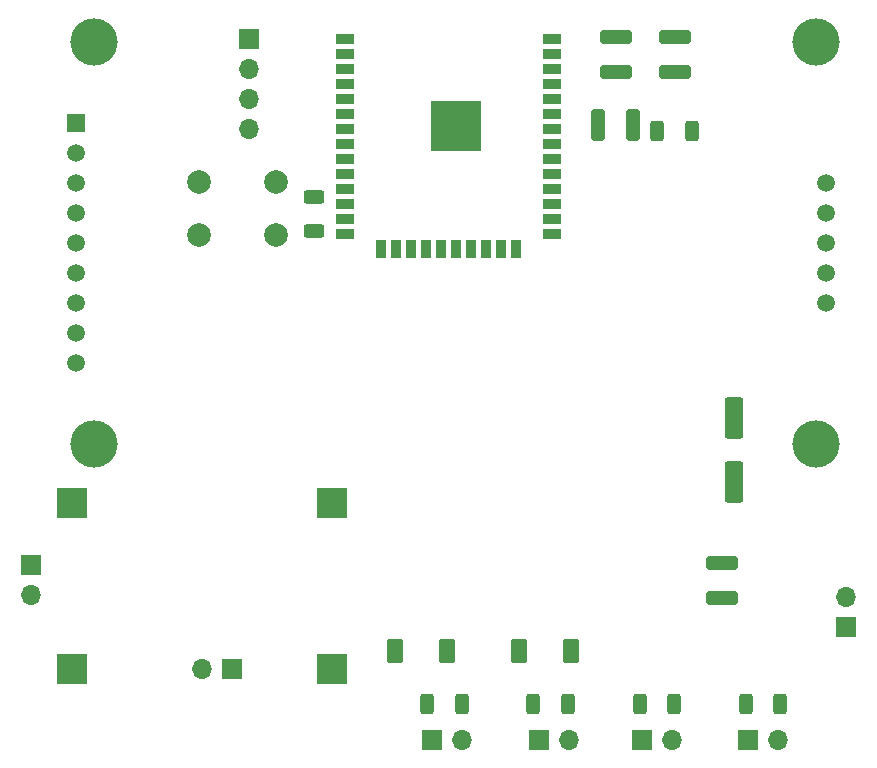
<source format=gbr>
%TF.GenerationSoftware,KiCad,Pcbnew,9.0.0*%
%TF.CreationDate,2025-04-01T19:23:25-03:00*%
%TF.ProjectId,ALFAGAME-v1,414c4641-4741-44d4-952d-76312e6b6963,rev?*%
%TF.SameCoordinates,Original*%
%TF.FileFunction,Soldermask,Bot*%
%TF.FilePolarity,Negative*%
%FSLAX46Y46*%
G04 Gerber Fmt 4.6, Leading zero omitted, Abs format (unit mm)*
G04 Created by KiCad (PCBNEW 9.0.0) date 2025-04-01 19:23:25*
%MOMM*%
%LPD*%
G01*
G04 APERTURE LIST*
G04 Aperture macros list*
%AMRoundRect*
0 Rectangle with rounded corners*
0 $1 Rounding radius*
0 $2 $3 $4 $5 $6 $7 $8 $9 X,Y pos of 4 corners*
0 Add a 4 corners polygon primitive as box body*
4,1,4,$2,$3,$4,$5,$6,$7,$8,$9,$2,$3,0*
0 Add four circle primitives for the rounded corners*
1,1,$1+$1,$2,$3*
1,1,$1+$1,$4,$5*
1,1,$1+$1,$6,$7*
1,1,$1+$1,$8,$9*
0 Add four rect primitives between the rounded corners*
20,1,$1+$1,$2,$3,$4,$5,0*
20,1,$1+$1,$4,$5,$6,$7,0*
20,1,$1+$1,$6,$7,$8,$9,0*
20,1,$1+$1,$8,$9,$2,$3,0*%
G04 Aperture macros list end*
%ADD10R,1.700000X1.700000*%
%ADD11O,1.700000X1.700000*%
%ADD12C,4.000000*%
%ADD13R,1.500000X1.500000*%
%ADD14C,1.500000*%
%ADD15RoundRect,0.250000X0.312500X0.625000X-0.312500X0.625000X-0.312500X-0.625000X0.312500X-0.625000X0*%
%ADD16RoundRect,0.250000X-0.625000X0.312500X-0.625000X-0.312500X0.625000X-0.312500X0.625000X0.312500X0*%
%ADD17RoundRect,0.250000X-1.100000X0.325000X-1.100000X-0.325000X1.100000X-0.325000X1.100000X0.325000X0*%
%ADD18RoundRect,0.250000X0.450000X0.800000X-0.450000X0.800000X-0.450000X-0.800000X0.450000X-0.800000X0*%
%ADD19RoundRect,0.250000X0.325000X1.100000X-0.325000X1.100000X-0.325000X-1.100000X0.325000X-1.100000X0*%
%ADD20C,2.000000*%
%ADD21RoundRect,0.250000X1.100000X-0.325000X1.100000X0.325000X-1.100000X0.325000X-1.100000X-0.325000X0*%
%ADD22RoundRect,0.250000X-0.550000X1.500000X-0.550000X-1.500000X0.550000X-1.500000X0.550000X1.500000X0*%
%ADD23R,2.500000X2.500000*%
%ADD24R,1.500000X0.900000*%
%ADD25R,0.900000X1.500000*%
%ADD26C,0.600000*%
%ADD27R,4.200000X4.200000*%
G04 APERTURE END LIST*
D10*
%TO.C,J6*%
X211225000Y-92000000D03*
D11*
X213765000Y-92000000D03*
%TD*%
D12*
%TO.C,DISPLAY2.8"1*%
X155800000Y-32900000D03*
X155800000Y-67000000D03*
X217000000Y-32900000D03*
X217000000Y-67000000D03*
D13*
X154300000Y-39790000D03*
D14*
X154300000Y-42330000D03*
X154300000Y-44870000D03*
X154300000Y-47410000D03*
X154300000Y-49950000D03*
X154300000Y-52490000D03*
X154300000Y-55030000D03*
X154300000Y-57570000D03*
X154300000Y-60110000D03*
X217820000Y-44870000D03*
X217820000Y-47410000D03*
X217820000Y-49950000D03*
X217820000Y-52490000D03*
X217820000Y-55030000D03*
%TD*%
D10*
%TO.C,BAT1*%
X167500000Y-86000000D03*
D11*
X164960000Y-86000000D03*
%TD*%
D10*
%TO.C,J2*%
X184460000Y-92000000D03*
D11*
X187000000Y-92000000D03*
%TD*%
D10*
%TO.C,J4*%
X193500000Y-92000000D03*
D11*
X196040000Y-92000000D03*
%TD*%
D10*
%TO.C,J5*%
X202225000Y-92000000D03*
D11*
X204765000Y-92000000D03*
%TD*%
D10*
%TO.C,J3*%
X150500000Y-77225000D03*
D11*
X150500000Y-79765000D03*
%TD*%
D10*
%TO.C,SW1*%
X219500000Y-82500000D03*
D11*
X219500000Y-79960000D03*
%TD*%
D15*
%TO.C,R4*%
X195962500Y-89000000D03*
X193037500Y-89000000D03*
%TD*%
%TO.C,R6*%
X213962500Y-89000000D03*
X211037500Y-89000000D03*
%TD*%
D16*
%TO.C,R1*%
X174500000Y-46037500D03*
X174500000Y-48962500D03*
%TD*%
D17*
%TO.C,C3*%
X200000000Y-32525000D03*
X200000000Y-35475000D03*
%TD*%
D18*
%TO.C,D2*%
X185700000Y-84500000D03*
X181300000Y-84500000D03*
%TD*%
D15*
%TO.C,R3*%
X186962500Y-89000000D03*
X184037500Y-89000000D03*
%TD*%
D18*
%TO.C,D3*%
X196200000Y-84500000D03*
X191800000Y-84500000D03*
%TD*%
D17*
%TO.C,C2*%
X205000000Y-32525000D03*
X205000000Y-35475000D03*
%TD*%
D19*
%TO.C,C1*%
X201475000Y-40000000D03*
X198525000Y-40000000D03*
%TD*%
D20*
%TO.C,BOOT1*%
X164750000Y-49250000D03*
X171250000Y-49250000D03*
X164750000Y-44750000D03*
X171250000Y-44750000D03*
%TD*%
D21*
%TO.C,C5*%
X209000000Y-79975000D03*
X209000000Y-77025000D03*
%TD*%
D10*
%TO.C,J1*%
X169000000Y-32700000D03*
D11*
X169000000Y-35240000D03*
X169000000Y-37780000D03*
X169000000Y-40320000D03*
%TD*%
D22*
%TO.C,C6*%
X210000000Y-64800000D03*
X210000000Y-70200000D03*
%TD*%
D23*
%TO.C,M1*%
X176000000Y-72000000D03*
X176000000Y-86000000D03*
X154000000Y-72000000D03*
X154000000Y-86000000D03*
%TD*%
D15*
%TO.C,R5*%
X204962500Y-89000000D03*
X202037500Y-89000000D03*
%TD*%
D24*
%TO.C,U2*%
X194595000Y-32685000D03*
X194595000Y-33955000D03*
X194595000Y-35225000D03*
X194595000Y-36495000D03*
X194595000Y-37765000D03*
X194595000Y-39035000D03*
X194595000Y-40305000D03*
X194595000Y-41575000D03*
X194595000Y-42845000D03*
X194595000Y-44115000D03*
X194595000Y-45385000D03*
X194595000Y-46655000D03*
X194595000Y-47925000D03*
X194595000Y-49195000D03*
D25*
X191555000Y-50445000D03*
X190285000Y-50445000D03*
X189015000Y-50445000D03*
X187745000Y-50445000D03*
X186475000Y-50445000D03*
X185205000Y-50445000D03*
X183935000Y-50445000D03*
X182665000Y-50445000D03*
X181395000Y-50445000D03*
X180125000Y-50445000D03*
D24*
X177095000Y-49195000D03*
X177095000Y-47925000D03*
X177095000Y-46655000D03*
X177095000Y-45385000D03*
X177095000Y-44115000D03*
X177095000Y-42845000D03*
X177095000Y-41575000D03*
X177095000Y-40305000D03*
X177095000Y-39035000D03*
X177095000Y-37765000D03*
X177095000Y-36495000D03*
X177095000Y-35225000D03*
X177095000Y-33955000D03*
X177095000Y-32685000D03*
D26*
X188050000Y-40787500D03*
X188050000Y-39262500D03*
X187287500Y-41550000D03*
X187287500Y-40025000D03*
X187287500Y-38500000D03*
X186525000Y-40787500D03*
D27*
X186525000Y-40025000D03*
D26*
X186525000Y-39262500D03*
X185762500Y-41550000D03*
X185762500Y-40025000D03*
X185762500Y-38500000D03*
X185000000Y-40787500D03*
X185000000Y-39262500D03*
%TD*%
D15*
%TO.C,R2*%
X206462500Y-40500000D03*
X203537500Y-40500000D03*
%TD*%
M02*

</source>
